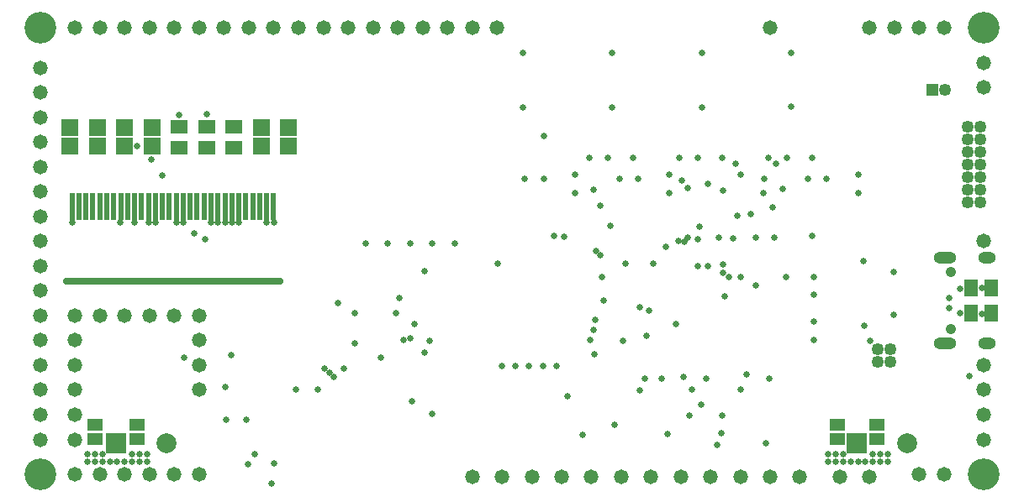
<source format=gbr>
%TF.GenerationSoftware,Altium Limited,Altium Designer,21.0.9 (235)*%
G04 Layer_Color=16711935*
%FSLAX45Y45*%
%MOMM*%
%TF.SameCoordinates,EF7BBA3F-781E-4618-A6AB-C8CA2981E545*%
%TF.FilePolarity,Negative*%
%TF.FileFunction,Soldermask,Bot*%
%TF.Part,Single*%
G01*
G75*
%TA.AperFunction,SMDPad,CuDef*%
%ADD82R,1.50320X1.25320*%
%ADD83R,1.70320X1.65320*%
%ADD84R,1.70320X1.40320*%
%ADD85R,1.40320X1.70320*%
%ADD86R,0.60320X2.70320*%
%TA.AperFunction,ComponentPad*%
%ADD87C,1.25320*%
%ADD88R,1.25320X1.25320*%
%ADD89R,2.00320X2.00320*%
%TA.AperFunction,ViaPad*%
%ADD90C,3.20320*%
%TA.AperFunction,ComponentPad*%
%ADD91O,1.80320X1.20320*%
%ADD92O,2.30320X1.20320*%
%ADD93C,1.05320*%
%ADD94C,2.00320*%
%ADD95O,22.20320X0.70320*%
%TA.AperFunction,ViaPad*%
%ADD96C,1.47320*%
%ADD97C,0.65320*%
D82*
X1225000Y602500D02*
D03*
Y747500D02*
D03*
X800000Y602500D02*
D03*
Y747500D02*
D03*
X8275000Y602500D02*
D03*
Y747500D02*
D03*
X8675000Y602500D02*
D03*
Y747500D02*
D03*
D83*
X2750000Y3557500D02*
D03*
Y3742500D02*
D03*
X2475000Y3557500D02*
D03*
Y3742500D02*
D03*
X1375000Y3557500D02*
D03*
Y3742500D02*
D03*
X1100000D02*
D03*
Y3557500D02*
D03*
X825000Y3742500D02*
D03*
Y3557500D02*
D03*
X550000D02*
D03*
Y3742500D02*
D03*
D84*
X2200000Y3755000D02*
D03*
Y3545000D02*
D03*
X1925000Y3755000D02*
D03*
Y3545000D02*
D03*
X1650000Y3755000D02*
D03*
Y3545000D02*
D03*
D85*
X9830000Y1875000D02*
D03*
X9620000D02*
D03*
X9830000Y2125000D02*
D03*
X9620000D02*
D03*
D86*
X1479500Y2947600D02*
D03*
X2599500D02*
D03*
X2389500D02*
D03*
X1969500D02*
D03*
X1759500D02*
D03*
X2179500D02*
D03*
X1199500D02*
D03*
X1409500D02*
D03*
X989500D02*
D03*
X2529500D02*
D03*
X2459500D02*
D03*
X2319500D02*
D03*
X2249500D02*
D03*
X2039500D02*
D03*
X2109500D02*
D03*
X1899500D02*
D03*
X1829500D02*
D03*
X1619500D02*
D03*
X1689500D02*
D03*
X1549500D02*
D03*
X1269500D02*
D03*
X1339500D02*
D03*
X1129500D02*
D03*
X1059500D02*
D03*
X919500D02*
D03*
X569500D02*
D03*
X849500D02*
D03*
X639500D02*
D03*
X709500D02*
D03*
X779500D02*
D03*
D87*
X9363500Y4125000D02*
D03*
X9713500Y3756000D02*
D03*
X9586500D02*
D03*
X9713500Y3629000D02*
D03*
Y3502000D02*
D03*
X9586500Y3629000D02*
D03*
Y3502000D02*
D03*
X9713500Y3375000D02*
D03*
X9586500D02*
D03*
X9713500Y3248000D02*
D03*
Y3121000D02*
D03*
Y2994000D02*
D03*
X9586500Y3248000D02*
D03*
Y3121000D02*
D03*
Y2994000D02*
D03*
X8813500Y1386500D02*
D03*
X8686500D02*
D03*
X8813500Y1513500D02*
D03*
X8686500D02*
D03*
D88*
X9236500Y4125000D02*
D03*
D89*
X8476000Y558800D02*
D03*
X1016000D02*
D03*
D90*
X250000Y250000D02*
D03*
X9750000D02*
D03*
Y4750000D02*
D03*
X250000D02*
D03*
D91*
X9782000Y1568000D02*
D03*
Y2432000D02*
D03*
D92*
X9364000D02*
D03*
Y1568000D02*
D03*
D93*
X9417000Y2289000D02*
D03*
Y1711000D02*
D03*
D94*
X8984000Y558800D02*
D03*
X1524000D02*
D03*
D95*
X1584500Y2197600D02*
D03*
D96*
X8600000Y225000D02*
D03*
X8300000D02*
D03*
X9750000Y1100000D02*
D03*
Y850000D02*
D03*
Y600000D02*
D03*
X9100000Y250000D02*
D03*
X9350000D02*
D03*
X9750000Y1350000D02*
D03*
Y2600000D02*
D03*
Y4150000D02*
D03*
Y4400000D02*
D03*
X1850000Y1100000D02*
D03*
Y1350000D02*
D03*
Y1600000D02*
D03*
Y1850000D02*
D03*
X1600000D02*
D03*
X1350000D02*
D03*
X1100000D02*
D03*
X850000D02*
D03*
X600000D02*
D03*
Y1600000D02*
D03*
Y1350000D02*
D03*
Y1100000D02*
D03*
Y850000D02*
D03*
Y600000D02*
D03*
Y250000D02*
D03*
X850000D02*
D03*
X1100000D02*
D03*
X1350000D02*
D03*
X1600000D02*
D03*
X1850000D02*
D03*
X8600000Y4750000D02*
D03*
X8850000D02*
D03*
X9100000D02*
D03*
X9350000D02*
D03*
X4600000D02*
D03*
X4850000D02*
D03*
X7600000D02*
D03*
X600000D02*
D03*
X850000D02*
D03*
X1100000D02*
D03*
X1350000D02*
D03*
X1600000D02*
D03*
X1850000D02*
D03*
X2100000D02*
D03*
X2350000D02*
D03*
X2600000D02*
D03*
X2850000D02*
D03*
X3100000D02*
D03*
X3350000D02*
D03*
X3600000D02*
D03*
X3850000D02*
D03*
X4100000D02*
D03*
X4350000D02*
D03*
X250000Y4350000D02*
D03*
Y4100000D02*
D03*
Y3850000D02*
D03*
Y3600000D02*
D03*
Y3350000D02*
D03*
Y3100000D02*
D03*
Y2850000D02*
D03*
Y2600000D02*
D03*
Y2350000D02*
D03*
Y2100000D02*
D03*
Y1850000D02*
D03*
Y1600000D02*
D03*
Y1350000D02*
D03*
Y1100000D02*
D03*
Y850000D02*
D03*
Y600000D02*
D03*
X4600000Y225000D02*
D03*
X4900000D02*
D03*
X5200000D02*
D03*
X5500000D02*
D03*
X5800000D02*
D03*
X6100000D02*
D03*
X6400000D02*
D03*
X6700000D02*
D03*
X7000000D02*
D03*
X7300000D02*
D03*
X7600000D02*
D03*
X7900000D02*
D03*
D97*
X8185000Y450000D02*
D03*
X8260000D02*
D03*
X8335000D02*
D03*
X8185000Y375000D02*
D03*
X8260000D02*
D03*
X8335000D02*
D03*
X8410000D02*
D03*
X8485000D02*
D03*
X8560000D02*
D03*
X8635000D02*
D03*
X8710000D02*
D03*
X8785000Y450000D02*
D03*
X8710000D02*
D03*
X8635000D02*
D03*
X8785000Y375000D02*
D03*
X1325000D02*
D03*
X1175000Y450000D02*
D03*
X1250000D02*
D03*
X1325000D02*
D03*
X1250000Y375000D02*
D03*
X1175000D02*
D03*
X1100000D02*
D03*
X1025000D02*
D03*
X950000D02*
D03*
X875000D02*
D03*
X800000D02*
D03*
X725000D02*
D03*
X875000Y450000D02*
D03*
X800000D02*
D03*
X725000D02*
D03*
X2327500Y800000D02*
D03*
X2122500D02*
D03*
X7252500Y3380000D02*
D03*
X7660000D02*
D03*
X8542500Y2397500D02*
D03*
X8547500Y1750000D02*
D03*
X7540000Y3232500D02*
D03*
X5890000Y2957500D02*
D03*
X5992500Y2755000D02*
D03*
X1225000Y3557500D02*
D03*
X1372500Y3420000D02*
D03*
X1925000Y3877500D02*
D03*
X1650000Y3875000D02*
D03*
X7063100Y546900D02*
D03*
X7557500Y560000D02*
D03*
X7359969Y1256446D02*
D03*
X6887500Y2747500D02*
D03*
X6739189Y2590458D02*
D03*
X6675000Y2601510D02*
D03*
X6140000Y2372500D02*
D03*
X5927500Y2000000D02*
D03*
X5560202Y1032500D02*
D03*
X6957502Y1210203D02*
D03*
X9605000Y1235202D02*
D03*
X8842502Y1860205D02*
D03*
Y2289800D02*
D03*
X8019999Y3439800D02*
D03*
X7767498D02*
D03*
X7582499D02*
D03*
X7120001D02*
D03*
X6867500D02*
D03*
X6682501D02*
D03*
X6219998D02*
D03*
X5967501D02*
D03*
X5782498D02*
D03*
X5320000Y3660201D02*
D03*
Y3227299D02*
D03*
X5130002D02*
D03*
X5635203Y3267502D02*
D03*
Y3082498D02*
D03*
X6270000Y3227299D02*
D03*
X6079998D02*
D03*
X6585204Y3267502D02*
D03*
Y3082498D02*
D03*
X6709999Y3209798D02*
D03*
X7535200Y3082498D02*
D03*
X8170001Y3227299D02*
D03*
X7979999D02*
D03*
X8485200Y3267502D02*
D03*
Y3082498D02*
D03*
X8022422Y2654899D02*
D03*
X6727100Y1227500D02*
D03*
X6815000Y1100000D02*
D03*
X7302500D02*
D03*
X6032297Y750001D02*
D03*
X5785201Y1607500D02*
D03*
X5910204Y2242500D02*
D03*
X7592502Y1210203D02*
D03*
X6507500D02*
D03*
X7267499Y2860203D02*
D03*
X7082500Y2639797D02*
D03*
X7642499D02*
D03*
X7457501D02*
D03*
X5832500Y1460200D02*
D03*
X6785204Y842498D02*
D03*
X6564798Y657499D02*
D03*
X5839800Y1805000D02*
D03*
X6114796Y1594998D02*
D03*
X5710204Y645003D02*
D03*
X8037500Y1602500D02*
D03*
Y1792500D02*
D03*
X7757500Y2237500D02*
D03*
X8037500Y2057500D02*
D03*
Y2242500D02*
D03*
X3911600Y1600200D02*
D03*
X3864970Y2029460D02*
D03*
X1478280Y3258820D02*
D03*
X6873240Y2347870D02*
D03*
X5847080Y2500270D02*
D03*
X5890260Y2458720D02*
D03*
X6972300Y2346960D02*
D03*
X6288099Y1091259D02*
D03*
X6337300Y1216660D02*
D03*
X6654800Y1765300D02*
D03*
X6774180Y3131820D02*
D03*
X5819140Y3119120D02*
D03*
X6423660Y2374900D02*
D03*
X6550660Y2545080D02*
D03*
X6769100Y2639800D02*
D03*
X5521661Y2646320D02*
D03*
X7127240Y3106420D02*
D03*
X7724140Y3130910D02*
D03*
X6875780Y2616200D02*
D03*
X7625080Y2938780D02*
D03*
X7226300Y2628900D02*
D03*
X7406640Y2872740D02*
D03*
X7140723Y2046810D02*
D03*
X7124700Y2362200D02*
D03*
X7455398Y2149963D02*
D03*
X7122160Y2279460D02*
D03*
X7307580Y2237740D02*
D03*
X7188030Y2237910D02*
D03*
X6378310Y1899550D02*
D03*
X6283960Y1930400D02*
D03*
X7299960Y3274060D02*
D03*
X6972300Y3180080D02*
D03*
X9730800Y1869440D02*
D03*
X9731948Y2124338D02*
D03*
X9514840Y2120900D02*
D03*
X8608060Y1592580D02*
D03*
X6355080Y1648460D02*
D03*
X5824220Y1701800D02*
D03*
X4173530Y1592270D02*
D03*
X7117080Y840740D02*
D03*
X7106920Y660400D02*
D03*
X3305699Y1315000D02*
D03*
X1700000Y1425000D02*
D03*
X4424680Y2575560D02*
D03*
X5427980Y2654300D02*
D03*
X3246120Y1978660D02*
D03*
X3205480Y1229360D02*
D03*
X4196080Y858520D02*
D03*
X3116183Y1318260D02*
D03*
X3162300Y1272540D02*
D03*
X2606040Y355600D02*
D03*
X3975000Y2575000D02*
D03*
X4200000D02*
D03*
X3750000D02*
D03*
X3525000D02*
D03*
X2341880Y353060D02*
D03*
X2410460Y449580D02*
D03*
X3683450Y1425200D02*
D03*
X5173980Y1338580D02*
D03*
X5311140D02*
D03*
X5036820D02*
D03*
X5448300D02*
D03*
X4899660D02*
D03*
X7807960Y3954780D02*
D03*
Y4500880D02*
D03*
X6911340Y3952240D02*
D03*
Y4498340D02*
D03*
X6009640Y3952240D02*
D03*
Y4498340D02*
D03*
X568960Y2786380D02*
D03*
X1059180D02*
D03*
X1201420D02*
D03*
X1343660D02*
D03*
X1409700D02*
D03*
X1620520D02*
D03*
X1689100D02*
D03*
X1968500D02*
D03*
X2039620D02*
D03*
X2110740D02*
D03*
X2600960D02*
D03*
X2529840D02*
D03*
X2250440D02*
D03*
X2179320D02*
D03*
X5110480Y4498340D02*
D03*
Y3952240D02*
D03*
X2176780Y1450340D02*
D03*
X4018280Y1767840D02*
D03*
X3830320Y1877060D02*
D03*
X4853940Y2376640D02*
D03*
X9514840Y1871980D02*
D03*
X2583180Y152400D02*
D03*
X6901360Y954220D02*
D03*
X1798320Y2677160D02*
D03*
X1913890Y2622867D02*
D03*
X4117340Y2299780D02*
D03*
X4119880Y1474940D02*
D03*
X3992880Y988060D02*
D03*
X3975100Y1620520D02*
D03*
X3416300Y1874520D02*
D03*
X3416100Y1572340D02*
D03*
X3048000Y1107440D02*
D03*
X2821940D02*
D03*
X2115820Y1125220D02*
D03*
X9403440Y2024380D02*
D03*
X9405620Y1925320D02*
D03*
%TF.MD5,dfdab21be04c3ecc0f956b3fb5519d2d*%
M02*

</source>
